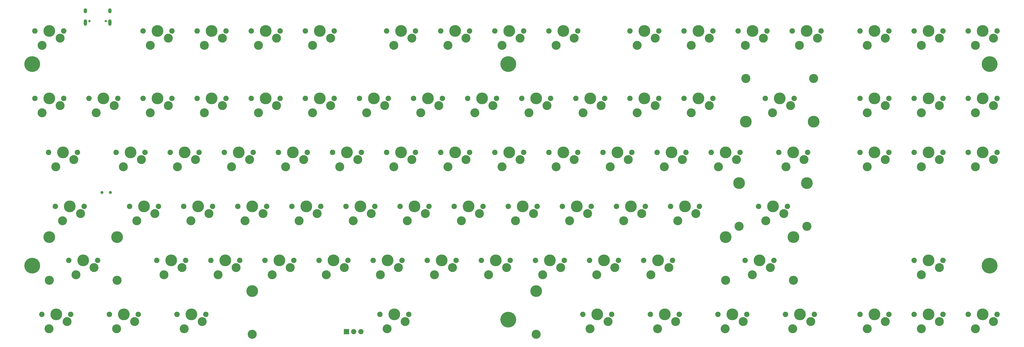
<source format=gts>
%TF.GenerationSoftware,KiCad,Pcbnew,(5.1.2)-1*%
%TF.CreationDate,2021-11-11T01:17:37-08:00*%
%TF.ProjectId,PyKey60,50794b65-7936-4302-9e6b-696361645f70,1.1a*%
%TF.SameCoordinates,Original*%
%TF.FileFunction,Soldermask,Top*%
%TF.FilePolarity,Negative*%
%FSLAX46Y46*%
G04 Gerber Fmt 4.6, Leading zero omitted, Abs format (unit mm)*
G04 Created by KiCad (PCBNEW (5.1.2)-1) date 2021-11-11 01:17:37*
%MOMM*%
%LPD*%
G04 APERTURE LIST*
%ADD10C,5.552400*%
%ADD11C,3.152400*%
%ADD12C,1.902400*%
%ADD13C,4.152400*%
%ADD14C,3.202400*%
%ADD15O,1.852400X1.852400*%
%ADD16R,1.852400X1.852400*%
%ADD17O,1.152400X2.252400*%
%ADD18C,0.802400*%
%ADD19O,1.152400X1.752400*%
%ADD20C,1.052400*%
G04 APERTURE END LIST*
D10*
%TO.C,REF\002A\002A*%
X402495000Y-61755000D03*
%TD*%
%TO.C,REF\002A\002A*%
X402495000Y-132875000D03*
%TD*%
%TO.C,REF\002A\002A*%
X233045000Y-61755000D03*
%TD*%
%TO.C,REF\002A\002A*%
X233045000Y-151925000D03*
%TD*%
%TO.C,REF\002A\002A*%
X65405000Y-61755000D03*
%TD*%
%TO.C,REF\002A\002A*%
X65405000Y-132875000D03*
%TD*%
D11*
%TO.C,U74*%
X335597500Y-55087500D03*
X341947500Y-52547500D03*
D12*
X333057500Y-50007500D03*
X343217500Y-50007500D03*
D13*
X338137500Y-50007500D03*
%TD*%
D11*
%TO.C,U77*%
X397510000Y-55087500D03*
X403860000Y-52547500D03*
D12*
X394970000Y-50007500D03*
X405130000Y-50007500D03*
D13*
X400050000Y-50007500D03*
%TD*%
D11*
%TO.C,U80*%
X397510000Y-78900000D03*
X403860000Y-76360000D03*
D12*
X394970000Y-73820000D03*
X405130000Y-73820000D03*
D13*
X400050000Y-73820000D03*
%TD*%
D11*
%TO.C,U83*%
X397510000Y-97950000D03*
X403860000Y-95410000D03*
D12*
X394970000Y-92870000D03*
X405130000Y-92870000D03*
D13*
X400050000Y-92870000D03*
%TD*%
D11*
%TO.C,U84*%
X378460000Y-136050000D03*
X384810000Y-133510000D03*
D12*
X375920000Y-130970000D03*
X386080000Y-130970000D03*
D13*
X381000000Y-130970000D03*
%TD*%
D11*
%TO.C,U87*%
X397510000Y-155100000D03*
X403860000Y-152560000D03*
D12*
X394970000Y-150020000D03*
X405130000Y-150020000D03*
D13*
X400050000Y-150020000D03*
%TD*%
D14*
%TO.C,U42*%
X71374000Y-137970000D03*
D13*
X71374000Y-122730000D03*
X95250000Y-122730000D03*
D14*
X95250000Y-137970000D03*
D11*
X80772000Y-136050000D03*
X87122000Y-133510000D03*
D12*
X78232000Y-130970000D03*
X88392000Y-130970000D03*
D13*
X83312000Y-130970000D03*
%TD*%
D11*
%TO.C,U1*%
X68897500Y-78900000D03*
X75247500Y-76360000D03*
D12*
X66357500Y-73820000D03*
X76517500Y-73820000D03*
D13*
X71437500Y-73820000D03*
%TD*%
D11*
%TO.C,U2*%
X87947500Y-78900000D03*
X94297500Y-76360000D03*
D12*
X85407500Y-73820000D03*
X95567500Y-73820000D03*
D13*
X90487500Y-73820000D03*
%TD*%
D11*
%TO.C,U3*%
X106998000Y-78900000D03*
X113348000Y-76360000D03*
D12*
X104458000Y-73820000D03*
X114618000Y-73820000D03*
D13*
X109538000Y-73820000D03*
%TD*%
D11*
%TO.C,U4*%
X126048000Y-78900000D03*
X132398000Y-76360000D03*
D12*
X123508000Y-73820000D03*
X133668000Y-73820000D03*
D13*
X128588000Y-73820000D03*
%TD*%
D11*
%TO.C,U5*%
X145098000Y-78900000D03*
X151448000Y-76360000D03*
D12*
X142558000Y-73820000D03*
X152718000Y-73820000D03*
D13*
X147638000Y-73820000D03*
%TD*%
D11*
%TO.C,U6*%
X164148000Y-78900000D03*
X170498000Y-76360000D03*
D12*
X161608000Y-73820000D03*
X171768000Y-73820000D03*
D13*
X166688000Y-73820000D03*
%TD*%
D11*
%TO.C,U8*%
X202248000Y-78900000D03*
X208598000Y-76360000D03*
D12*
X199708000Y-73820000D03*
X209868000Y-73820000D03*
D13*
X204788000Y-73820000D03*
%TD*%
D11*
%TO.C,U9*%
X221298000Y-78900000D03*
X227648000Y-76360000D03*
D12*
X218758000Y-73820000D03*
X228918000Y-73820000D03*
D13*
X223838000Y-73820000D03*
%TD*%
D11*
%TO.C,U10*%
X240348000Y-78900000D03*
X246698000Y-76360000D03*
D12*
X237808000Y-73820000D03*
X247968000Y-73820000D03*
D13*
X242888000Y-73820000D03*
%TD*%
D11*
%TO.C,U11*%
X259398000Y-78900000D03*
X265748000Y-76360000D03*
D12*
X256858000Y-73820000D03*
X267018000Y-73820000D03*
D13*
X261938000Y-73820000D03*
%TD*%
D11*
%TO.C,U12*%
X278448000Y-78900000D03*
X284798000Y-76360000D03*
D12*
X275908000Y-73820000D03*
X286068000Y-73820000D03*
D13*
X280988000Y-73820000D03*
%TD*%
D11*
%TO.C,U13*%
X297498000Y-78900000D03*
X303848000Y-76360000D03*
D12*
X294958000Y-73820000D03*
X305118000Y-73820000D03*
D13*
X300038000Y-73820000D03*
%TD*%
D11*
%TO.C,U16*%
X97472000Y-97950000D03*
X103822000Y-95410000D03*
D12*
X94932000Y-92870000D03*
X105092000Y-92870000D03*
D13*
X100012000Y-92870000D03*
%TD*%
D11*
%TO.C,U17*%
X116522000Y-97950000D03*
X122872000Y-95410000D03*
D12*
X113982000Y-92870000D03*
X124142000Y-92870000D03*
D13*
X119062000Y-92870000D03*
%TD*%
D11*
%TO.C,U18*%
X135572000Y-97950000D03*
X141922000Y-95410000D03*
D12*
X133032000Y-92870000D03*
X143192000Y-92870000D03*
D13*
X138112000Y-92870000D03*
%TD*%
D11*
%TO.C,U19*%
X154622000Y-97950000D03*
X160972000Y-95410000D03*
D12*
X152082000Y-92870000D03*
X162242000Y-92870000D03*
D13*
X157162000Y-92870000D03*
%TD*%
D11*
%TO.C,U20*%
X173672000Y-97950000D03*
X180022000Y-95410000D03*
D12*
X171132000Y-92870000D03*
X181292000Y-92870000D03*
D13*
X176212000Y-92870000D03*
%TD*%
D11*
%TO.C,U21*%
X192722000Y-97950000D03*
X199072000Y-95410000D03*
D12*
X190182000Y-92870000D03*
X200342000Y-92870000D03*
D13*
X195262000Y-92870000D03*
%TD*%
D11*
%TO.C,U22*%
X211772000Y-97950000D03*
X218122000Y-95410000D03*
D12*
X209232000Y-92870000D03*
X219392000Y-92870000D03*
D13*
X214312000Y-92870000D03*
%TD*%
D11*
%TO.C,U23*%
X230822000Y-97950000D03*
X237172000Y-95410000D03*
D12*
X228282000Y-92870000D03*
X238442000Y-92870000D03*
D13*
X233362000Y-92870000D03*
%TD*%
D11*
%TO.C,U24*%
X249872000Y-97950000D03*
X256222000Y-95410000D03*
D12*
X247332000Y-92870000D03*
X257492000Y-92870000D03*
D13*
X252412000Y-92870000D03*
%TD*%
D11*
%TO.C,U25*%
X268922000Y-97950000D03*
X275272000Y-95410000D03*
D12*
X266382000Y-92870000D03*
X276542000Y-92870000D03*
D13*
X271462000Y-92870000D03*
%TD*%
D11*
%TO.C,U26*%
X287972000Y-97950000D03*
X294322000Y-95410000D03*
D12*
X285432000Y-92870000D03*
X295592000Y-92870000D03*
D13*
X290512000Y-92870000D03*
%TD*%
D11*
%TO.C,U27*%
X307022000Y-97950000D03*
X313372000Y-95410000D03*
D12*
X304482000Y-92870000D03*
X314642000Y-92870000D03*
D13*
X309562000Y-92870000D03*
%TD*%
D11*
%TO.C,U30*%
X102235000Y-117000000D03*
X108585000Y-114460000D03*
D12*
X99695000Y-111920000D03*
X109855000Y-111920000D03*
D13*
X104775000Y-111920000D03*
%TD*%
D11*
%TO.C,U31*%
X121285000Y-117000000D03*
X127635000Y-114460000D03*
D12*
X118745000Y-111920000D03*
X128905000Y-111920000D03*
D13*
X123825000Y-111920000D03*
%TD*%
D11*
%TO.C,U32*%
X140335000Y-117000000D03*
X146685000Y-114460000D03*
D12*
X137795000Y-111920000D03*
X147955000Y-111920000D03*
D13*
X142875000Y-111920000D03*
%TD*%
D11*
%TO.C,U33*%
X159385000Y-117000000D03*
X165735000Y-114460000D03*
D12*
X156845000Y-111920000D03*
X167005000Y-111920000D03*
D13*
X161925000Y-111920000D03*
%TD*%
D11*
%TO.C,U34*%
X178435000Y-117000000D03*
X184785000Y-114460000D03*
D12*
X175895000Y-111920000D03*
X186055000Y-111920000D03*
D13*
X180975000Y-111920000D03*
%TD*%
D11*
%TO.C,U35*%
X197485000Y-117000000D03*
X203835000Y-114460000D03*
D12*
X194945000Y-111920000D03*
X205105000Y-111920000D03*
D13*
X200025000Y-111920000D03*
%TD*%
D11*
%TO.C,U36*%
X216535000Y-117000000D03*
X222885000Y-114460000D03*
D12*
X213995000Y-111920000D03*
X224155000Y-111920000D03*
D13*
X219075000Y-111920000D03*
%TD*%
D11*
%TO.C,U37*%
X235585000Y-117000000D03*
X241935000Y-114460000D03*
D12*
X233045000Y-111920000D03*
X243205000Y-111920000D03*
D13*
X238125000Y-111920000D03*
%TD*%
D11*
%TO.C,U38*%
X254635000Y-117000000D03*
X260985000Y-114460000D03*
D12*
X252095000Y-111920000D03*
X262255000Y-111920000D03*
D13*
X257175000Y-111920000D03*
%TD*%
D11*
%TO.C,U39*%
X273685000Y-117000000D03*
X280035000Y-114460000D03*
D12*
X271145000Y-111920000D03*
X281305000Y-111920000D03*
D13*
X276225000Y-111920000D03*
%TD*%
D11*
%TO.C,U40*%
X292735000Y-117000000D03*
X299085000Y-114460000D03*
D12*
X290195000Y-111920000D03*
X300355000Y-111920000D03*
D13*
X295275000Y-111920000D03*
%TD*%
D11*
%TO.C,U43*%
X111760000Y-136050000D03*
X118110000Y-133510000D03*
D12*
X109220000Y-130970000D03*
X119380000Y-130970000D03*
D13*
X114300000Y-130970000D03*
%TD*%
D11*
%TO.C,U44*%
X130810000Y-136050000D03*
X137160000Y-133510000D03*
D12*
X128270000Y-130970000D03*
X138430000Y-130970000D03*
D13*
X133350000Y-130970000D03*
%TD*%
D11*
%TO.C,U45*%
X149860000Y-136050000D03*
X156210000Y-133510000D03*
D12*
X147320000Y-130970000D03*
X157480000Y-130970000D03*
D13*
X152400000Y-130970000D03*
%TD*%
D11*
%TO.C,U46*%
X168910000Y-136050000D03*
X175260000Y-133510000D03*
D12*
X166370000Y-130970000D03*
X176530000Y-130970000D03*
D13*
X171450000Y-130970000D03*
%TD*%
D11*
%TO.C,U47*%
X187960000Y-136050000D03*
X194310000Y-133510000D03*
D12*
X185420000Y-130970000D03*
X195580000Y-130970000D03*
D13*
X190500000Y-130970000D03*
%TD*%
D11*
%TO.C,U48*%
X207010000Y-136050000D03*
X213360000Y-133510000D03*
D12*
X204470000Y-130970000D03*
X214630000Y-130970000D03*
D13*
X209550000Y-130970000D03*
%TD*%
D11*
%TO.C,U49*%
X226060000Y-136050000D03*
X232410000Y-133510000D03*
D12*
X223520000Y-130970000D03*
X233680000Y-130970000D03*
D13*
X228600000Y-130970000D03*
%TD*%
D11*
%TO.C,U50*%
X245110000Y-136050000D03*
X251460000Y-133510000D03*
D12*
X242570000Y-130970000D03*
X252730000Y-130970000D03*
D13*
X247650000Y-130970000D03*
%TD*%
D11*
%TO.C,U51*%
X264160000Y-136050000D03*
X270510000Y-133510000D03*
D12*
X261620000Y-130970000D03*
X271780000Y-130970000D03*
D13*
X266700000Y-130970000D03*
%TD*%
D11*
%TO.C,U52*%
X283210000Y-136050000D03*
X289560000Y-133510000D03*
D12*
X280670000Y-130970000D03*
X290830000Y-130970000D03*
D13*
X285750000Y-130970000D03*
%TD*%
D11*
%TO.C,U62*%
X68897500Y-55087500D03*
X75247500Y-52547500D03*
D12*
X66357500Y-50007500D03*
X76517500Y-50007500D03*
D13*
X71437500Y-50007500D03*
%TD*%
%TO.C,U63*%
X109537500Y-50007500D03*
D12*
X114617500Y-50007500D03*
X104457500Y-50007500D03*
D11*
X113347500Y-52547500D03*
X106997500Y-55087500D03*
%TD*%
%TO.C,U64*%
X126047500Y-55087500D03*
X132397500Y-52547500D03*
D12*
X123507500Y-50007500D03*
X133667500Y-50007500D03*
D13*
X128587500Y-50007500D03*
%TD*%
D11*
%TO.C,U65*%
X145097500Y-55087500D03*
X151447500Y-52547500D03*
D12*
X142557500Y-50007500D03*
X152717500Y-50007500D03*
D13*
X147637500Y-50007500D03*
%TD*%
D11*
%TO.C,U66*%
X164147500Y-55087500D03*
X170497500Y-52547500D03*
D12*
X161607500Y-50007500D03*
X171767500Y-50007500D03*
D13*
X166687500Y-50007500D03*
%TD*%
D11*
%TO.C,U67*%
X192722500Y-55087500D03*
X199072500Y-52547500D03*
D12*
X190182500Y-50007500D03*
X200342500Y-50007500D03*
D13*
X195262500Y-50007500D03*
%TD*%
D11*
%TO.C,U68*%
X211772500Y-55087500D03*
X218122500Y-52547500D03*
D12*
X209232500Y-50007500D03*
X219392500Y-50007500D03*
D13*
X214312500Y-50007500D03*
%TD*%
D11*
%TO.C,U69*%
X230822500Y-55087500D03*
X237172500Y-52547500D03*
D12*
X228282500Y-50007500D03*
X238442500Y-50007500D03*
D13*
X233362500Y-50007500D03*
%TD*%
D11*
%TO.C,U70*%
X249872500Y-55087500D03*
X256222500Y-52547500D03*
D12*
X247332500Y-50007500D03*
X257492500Y-50007500D03*
D13*
X252412500Y-50007500D03*
%TD*%
D11*
%TO.C,U71*%
X278447500Y-55087500D03*
X284797500Y-52547500D03*
D12*
X275907500Y-50007500D03*
X286067500Y-50007500D03*
D13*
X280987500Y-50007500D03*
%TD*%
D11*
%TO.C,U72*%
X297497500Y-55087500D03*
X303847500Y-52547500D03*
D12*
X294957500Y-50007500D03*
X305117500Y-50007500D03*
D13*
X300037500Y-50007500D03*
%TD*%
D11*
%TO.C,U73*%
X316547500Y-55087500D03*
X322897500Y-52547500D03*
D12*
X314007500Y-50007500D03*
X324167500Y-50007500D03*
D13*
X319087500Y-50007500D03*
%TD*%
D11*
%TO.C,U75*%
X359410000Y-55087500D03*
X365760000Y-52547500D03*
D12*
X356870000Y-50007500D03*
X367030000Y-50007500D03*
D13*
X361950000Y-50007500D03*
%TD*%
D11*
%TO.C,U78*%
X359410000Y-78900000D03*
X365760000Y-76360000D03*
D12*
X356870000Y-73820000D03*
X367030000Y-73820000D03*
D13*
X361950000Y-73820000D03*
%TD*%
D11*
%TO.C,U81*%
X359410000Y-97950000D03*
X365760000Y-95410000D03*
D12*
X356870000Y-92870000D03*
X367030000Y-92870000D03*
D13*
X361950000Y-92870000D03*
%TD*%
D11*
%TO.C,U85*%
X359410000Y-155100000D03*
X365760000Y-152560000D03*
D12*
X356870000Y-150020000D03*
X367030000Y-150020000D03*
D13*
X361950000Y-150020000D03*
%TD*%
D11*
%TO.C,U76*%
X378460000Y-55087500D03*
X384810000Y-52547500D03*
D12*
X375920000Y-50007500D03*
X386080000Y-50007500D03*
D13*
X381000000Y-50007500D03*
%TD*%
D11*
%TO.C,U79*%
X378460000Y-78900000D03*
X384810000Y-76360000D03*
D12*
X375920000Y-73820000D03*
X386080000Y-73820000D03*
D13*
X381000000Y-73820000D03*
%TD*%
D11*
%TO.C,U82*%
X378460000Y-97950000D03*
X384810000Y-95410000D03*
D12*
X375920000Y-92870000D03*
X386080000Y-92870000D03*
D13*
X381000000Y-92870000D03*
%TD*%
D11*
%TO.C,U7*%
X183198000Y-78900000D03*
X189548000Y-76360000D03*
D12*
X180658000Y-73820000D03*
X190818000Y-73820000D03*
D13*
X185738000Y-73820000D03*
%TD*%
D11*
%TO.C,U86*%
X378460000Y-155100000D03*
X384810000Y-152560000D03*
D12*
X375920000Y-150020000D03*
X386080000Y-150020000D03*
D13*
X381000000Y-150020000D03*
%TD*%
D14*
%TO.C,U57*%
X142881000Y-157020000D03*
D13*
X142881000Y-141780000D03*
X242881000Y-141780000D03*
D14*
X242881000Y-157020000D03*
D11*
X190341000Y-155100000D03*
X196691000Y-152560000D03*
D12*
X187801000Y-150020000D03*
X197961000Y-150020000D03*
D13*
X192881000Y-150020000D03*
%TD*%
D14*
%TO.C,U53*%
X309531000Y-137970000D03*
D13*
X309531000Y-122730000D03*
X333407000Y-122730000D03*
D14*
X333407000Y-137970000D03*
D11*
X318929000Y-136050000D03*
X325279000Y-133510000D03*
D12*
X316389000Y-130970000D03*
X326549000Y-130970000D03*
D13*
X321469000Y-130970000D03*
%TD*%
D14*
%TO.C,U41*%
X314293000Y-118920000D03*
D13*
X314293000Y-103680000D03*
X338169000Y-103680000D03*
D14*
X338169000Y-118920000D03*
D11*
X323691000Y-117000000D03*
X330041000Y-114460000D03*
D12*
X321151000Y-111920000D03*
X331311000Y-111920000D03*
D13*
X326231000Y-111920000D03*
%TD*%
D14*
%TO.C,U14*%
X316675000Y-66820000D03*
D13*
X316675000Y-82060000D03*
X340551000Y-82060000D03*
D14*
X340551000Y-66820000D03*
D11*
X326073000Y-78900000D03*
X332423000Y-76360000D03*
D12*
X323533000Y-73820000D03*
X333693000Y-73820000D03*
D13*
X328613000Y-73820000D03*
%TD*%
D11*
%TO.C,U29*%
X76042500Y-117000000D03*
X82392500Y-114460000D03*
D12*
X73502500Y-111920000D03*
X83662500Y-111920000D03*
D13*
X78582500Y-111920000D03*
%TD*%
D11*
%TO.C,U28*%
X330835000Y-97950000D03*
X337185000Y-95410000D03*
D12*
X328295000Y-92870000D03*
X338455000Y-92870000D03*
D13*
X333375000Y-92870000D03*
%TD*%
D11*
%TO.C,U15*%
X73660000Y-97950000D03*
X80010000Y-95410000D03*
D12*
X71120000Y-92870000D03*
X81280000Y-92870000D03*
D13*
X76200000Y-92870000D03*
%TD*%
D15*
%TO.C,J2*%
X181102000Y-156116000D03*
X178562000Y-156116000D03*
D16*
X176022000Y-156116000D03*
%TD*%
D11*
%TO.C,U61*%
X333204000Y-155100000D03*
X339554000Y-152560000D03*
D12*
X330664000Y-150020000D03*
X340824000Y-150020000D03*
D13*
X335744000Y-150020000D03*
%TD*%
D11*
%TO.C,U60*%
X309391000Y-155100000D03*
X315741000Y-152560000D03*
D12*
X306851000Y-150020000D03*
X317011000Y-150020000D03*
D13*
X311931000Y-150020000D03*
%TD*%
D11*
%TO.C,U59*%
X285591000Y-155100000D03*
X291941000Y-152560000D03*
D12*
X283051000Y-150020000D03*
X293211000Y-150020000D03*
D13*
X288131000Y-150020000D03*
%TD*%
D11*
%TO.C,U58*%
X261779000Y-155100000D03*
X268129000Y-152560000D03*
D12*
X259239000Y-150020000D03*
X269399000Y-150020000D03*
D13*
X264319000Y-150020000D03*
%TD*%
D11*
%TO.C,U56*%
X118904000Y-155100000D03*
X125254000Y-152560000D03*
D12*
X116364000Y-150020000D03*
X126524000Y-150020000D03*
D13*
X121444000Y-150020000D03*
%TD*%
D11*
%TO.C,U55*%
X95091200Y-155100000D03*
X101441200Y-152560000D03*
D12*
X92551200Y-150020000D03*
X102711200Y-150020000D03*
D13*
X97631200Y-150020000D03*
%TD*%
D11*
%TO.C,U54*%
X71278800Y-155100000D03*
X77628800Y-152560000D03*
D12*
X68738800Y-150020000D03*
X78898800Y-150020000D03*
D13*
X73818800Y-150020000D03*
%TD*%
D17*
%TO.C,J1*%
X92712000Y-47081000D03*
X84072000Y-47081000D03*
D18*
X85502000Y-46551000D03*
D19*
X84072000Y-42901000D03*
D18*
X91282000Y-46551000D03*
D19*
X92712000Y-42901000D03*
%TD*%
D20*
%TO.C,SW2*%
X92940000Y-107043000D03*
X89940000Y-107043000D03*
%TD*%
M02*

</source>
